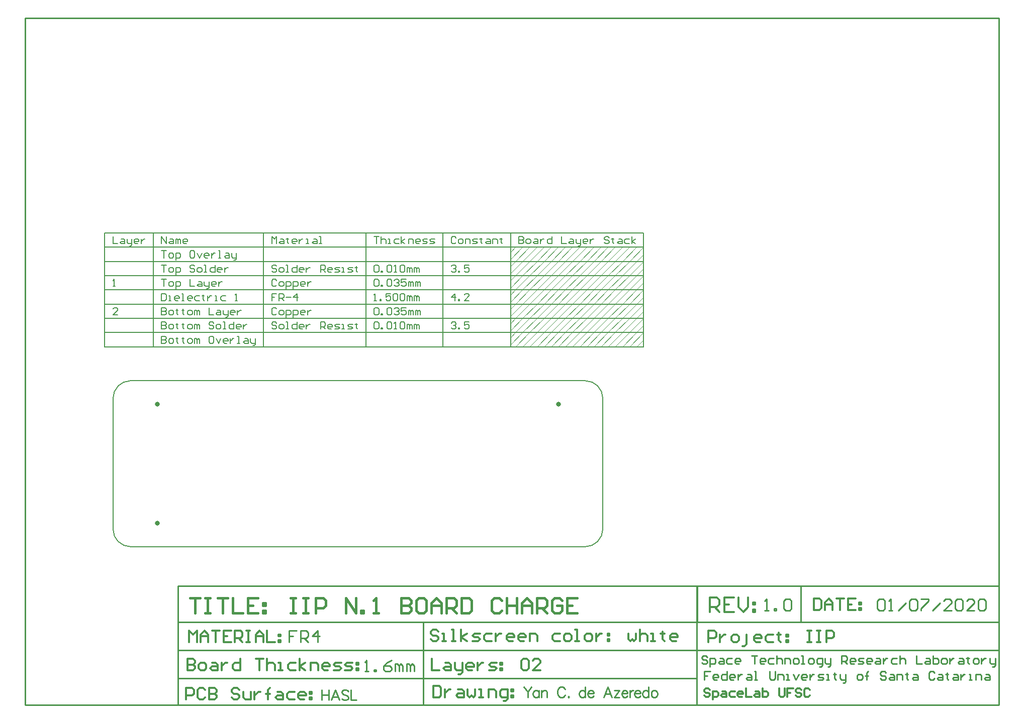
<source format=gtp>
G04*
G04 #@! TF.GenerationSoftware,Altium Limited,Altium Designer,20.2.6 (244)*
G04*
G04 Layer_Color=8421504*
%FSLAX25Y25*%
%MOIN*%
G70*
G04*
G04 #@! TF.SameCoordinates,3E3B523F-315C-4B3F-A4B6-921EA6806A06*
G04*
G04*
G04 #@! TF.FilePolarity,Positive*
G04*
G01*
G75*
%ADD10C,0.00787*%
%ADD11C,0.01000*%
%ADD14C,0.00100*%
%ADD15C,0.01299*%
%ADD16C,0.01378*%
%ADD17C,0.01575*%
%ADD18C,0.03200*%
D10*
X324803Y98418D02*
G03*
X312985Y110236I-11818J0D01*
G01*
X313050Y0D02*
G03*
X324803Y11754I0J11754D01*
G01*
X0Y11663D02*
G03*
X11663Y0I11663J0D01*
G01*
X11793Y110236D02*
G03*
X0Y98443I0J-11793D01*
G01*
X12696Y110236D02*
X312985D01*
X324803Y11754D02*
Y98418D01*
X11663Y0D02*
X313050D01*
X0Y11663D02*
Y25591D01*
Y92520D01*
X11793Y110236D02*
X12696D01*
X0Y92520D02*
Y98443D01*
X-5607Y198819D02*
X351780D01*
X-5607Y208268D02*
X351780D01*
X-5607Y132677D02*
Y208268D01*
Y132677D02*
X26670D01*
X-5607Y142126D02*
X26670D01*
X-5607Y151575D02*
X26670D01*
X-5607Y161024D02*
X26670D01*
X-5607Y170473D02*
X26670D01*
X-5607Y179921D02*
X26670D01*
X-5607Y189370D02*
X26670D01*
Y132677D02*
Y208268D01*
Y132677D02*
X99878D01*
X26670Y142126D02*
X99878D01*
X26670Y151575D02*
X99878D01*
X26670Y161024D02*
X99878D01*
X26670Y170473D02*
X99878D01*
X26670Y179921D02*
X99878D01*
X26670Y189370D02*
X99878D01*
Y132677D02*
Y208268D01*
Y132677D02*
X167577D01*
X99878Y142126D02*
X167577D01*
X99878Y151575D02*
X167577D01*
X99878Y161024D02*
X167577D01*
X99878Y170473D02*
X167577D01*
X99878Y179921D02*
X167577D01*
X99878Y189370D02*
X167577D01*
Y132677D02*
Y208268D01*
Y132677D02*
X218745D01*
X167577Y142126D02*
X218745D01*
X167577Y151575D02*
X218745D01*
X167577Y161024D02*
X218745D01*
X167577Y170473D02*
X218745D01*
X167577Y179921D02*
X218745D01*
X167577Y189370D02*
X218745D01*
Y132677D02*
Y208268D01*
Y132677D02*
X263615D01*
X218745Y142126D02*
X263615D01*
X218745Y151575D02*
X263615D01*
X218745Y161024D02*
X263615D01*
X218745Y170473D02*
X263615D01*
X218745Y179921D02*
X263615D01*
X218745Y189370D02*
X263615D01*
Y132677D02*
Y208268D01*
Y132677D02*
X351780D01*
X263615Y142126D02*
X351780D01*
X263615Y151575D02*
X351780D01*
X263615Y161024D02*
X351780D01*
X263615Y170473D02*
X351780D01*
X263615Y179921D02*
X351780D01*
X263615Y189370D02*
X351780D01*
Y132677D02*
Y208268D01*
X-95Y205904D02*
Y201181D01*
X3054D01*
X5415Y204330D02*
X6990D01*
X7777Y203542D01*
Y201181D01*
X5415D01*
X4628Y201968D01*
X5415Y202755D01*
X7777D01*
X9351Y204330D02*
Y201968D01*
X10138Y201181D01*
X12500D01*
Y200394D01*
X11712Y199607D01*
X10925D01*
X12500Y201181D02*
Y204330D01*
X16435Y201181D02*
X14861D01*
X14074Y201968D01*
Y203542D01*
X14861Y204330D01*
X16435D01*
X17222Y203542D01*
Y202755D01*
X14074D01*
X18797Y204330D02*
Y201181D01*
Y202755D01*
X19584Y203542D01*
X20371Y204330D01*
X21158D01*
X3054Y153937D02*
X-95D01*
X3054Y157086D01*
Y157873D01*
X2267Y158660D01*
X692D01*
X-95Y157873D01*
Y172835D02*
X1480D01*
X692D01*
Y177558D01*
X-95Y176770D01*
X32182Y201181D02*
Y205904D01*
X35331Y201181D01*
Y205904D01*
X37692Y204330D02*
X39266D01*
X40053Y203542D01*
Y201181D01*
X37692D01*
X36905Y201968D01*
X37692Y202755D01*
X40053D01*
X41628Y201181D02*
Y204330D01*
X42415D01*
X43202Y203542D01*
Y201181D01*
Y203542D01*
X43989Y204330D01*
X44776Y203542D01*
Y201181D01*
X48712D02*
X47138D01*
X46350Y201968D01*
Y203542D01*
X47138Y204330D01*
X48712D01*
X49499Y203542D01*
Y202755D01*
X46350D01*
X32182Y139762D02*
Y135039D01*
X34543D01*
X35331Y135827D01*
Y136614D01*
X34543Y137401D01*
X32182D01*
X34543D01*
X35331Y138188D01*
Y138975D01*
X34543Y139762D01*
X32182D01*
X37692Y135039D02*
X39266D01*
X40053Y135827D01*
Y137401D01*
X39266Y138188D01*
X37692D01*
X36905Y137401D01*
Y135827D01*
X37692Y135039D01*
X42415Y138975D02*
Y138188D01*
X41628D01*
X43202D01*
X42415D01*
Y135827D01*
X43202Y135039D01*
X46350Y138975D02*
Y138188D01*
X45563D01*
X47138D01*
X46350D01*
Y135827D01*
X47138Y135039D01*
X50286D02*
X51861D01*
X52648Y135827D01*
Y137401D01*
X51861Y138188D01*
X50286D01*
X49499Y137401D01*
Y135827D01*
X50286Y135039D01*
X54222D02*
Y138188D01*
X55009D01*
X55796Y137401D01*
Y135039D01*
Y137401D01*
X56583Y138188D01*
X57371Y137401D01*
Y135039D01*
X66029Y139762D02*
X64455D01*
X63668Y138975D01*
Y135827D01*
X64455Y135039D01*
X66029D01*
X66816Y135827D01*
Y138975D01*
X66029Y139762D01*
X68391Y138188D02*
X69965Y135039D01*
X71539Y138188D01*
X75475Y135039D02*
X73901D01*
X73114Y135827D01*
Y137401D01*
X73901Y138188D01*
X75475D01*
X76262Y137401D01*
Y136614D01*
X73114D01*
X77836Y138188D02*
Y135039D01*
Y136614D01*
X78623Y137401D01*
X79411Y138188D01*
X80198D01*
X82559Y135039D02*
X84134D01*
X83346D01*
Y139762D01*
X82559D01*
X87282Y138188D02*
X88856D01*
X89644Y137401D01*
Y135039D01*
X87282D01*
X86495Y135827D01*
X87282Y136614D01*
X89644D01*
X91218Y138188D02*
Y135827D01*
X92005Y135039D01*
X94367D01*
Y134252D01*
X93579Y133465D01*
X92792D01*
X94367Y135039D02*
Y138188D01*
X32182Y149211D02*
Y144488D01*
X34543D01*
X35331Y145275D01*
Y146063D01*
X34543Y146850D01*
X32182D01*
X34543D01*
X35331Y147637D01*
Y148424D01*
X34543Y149211D01*
X32182D01*
X37692Y144488D02*
X39266D01*
X40053Y145275D01*
Y146850D01*
X39266Y147637D01*
X37692D01*
X36905Y146850D01*
Y145275D01*
X37692Y144488D01*
X42415Y148424D02*
Y147637D01*
X41628D01*
X43202D01*
X42415D01*
Y145275D01*
X43202Y144488D01*
X46350Y148424D02*
Y147637D01*
X45563D01*
X47138D01*
X46350D01*
Y145275D01*
X47138Y144488D01*
X50286D02*
X51861D01*
X52648Y145275D01*
Y146850D01*
X51861Y147637D01*
X50286D01*
X49499Y146850D01*
Y145275D01*
X50286Y144488D01*
X54222D02*
Y147637D01*
X55009D01*
X55796Y146850D01*
Y144488D01*
Y146850D01*
X56583Y147637D01*
X57371Y146850D01*
Y144488D01*
X66816Y148424D02*
X66029Y149211D01*
X64455D01*
X63668Y148424D01*
Y147637D01*
X64455Y146850D01*
X66029D01*
X66816Y146063D01*
Y145275D01*
X66029Y144488D01*
X64455D01*
X63668Y145275D01*
X69178Y144488D02*
X70752D01*
X71539Y145275D01*
Y146850D01*
X70752Y147637D01*
X69178D01*
X68391Y146850D01*
Y145275D01*
X69178Y144488D01*
X73114D02*
X74688D01*
X73901D01*
Y149211D01*
X73114D01*
X80198D02*
Y144488D01*
X77836D01*
X77049Y145275D01*
Y146850D01*
X77836Y147637D01*
X80198D01*
X84134Y144488D02*
X82559D01*
X81772Y145275D01*
Y146850D01*
X82559Y147637D01*
X84134D01*
X84921Y146850D01*
Y146063D01*
X81772D01*
X86495Y147637D02*
Y144488D01*
Y146063D01*
X87282Y146850D01*
X88069Y147637D01*
X88856D01*
X32182Y158660D02*
Y153937D01*
X34543D01*
X35331Y154724D01*
Y155511D01*
X34543Y156298D01*
X32182D01*
X34543D01*
X35331Y157086D01*
Y157873D01*
X34543Y158660D01*
X32182D01*
X37692Y153937D02*
X39266D01*
X40053Y154724D01*
Y156298D01*
X39266Y157086D01*
X37692D01*
X36905Y156298D01*
Y154724D01*
X37692Y153937D01*
X42415Y157873D02*
Y157086D01*
X41628D01*
X43202D01*
X42415D01*
Y154724D01*
X43202Y153937D01*
X46350Y157873D02*
Y157086D01*
X45563D01*
X47138D01*
X46350D01*
Y154724D01*
X47138Y153937D01*
X50286D02*
X51861D01*
X52648Y154724D01*
Y156298D01*
X51861Y157086D01*
X50286D01*
X49499Y156298D01*
Y154724D01*
X50286Y153937D01*
X54222D02*
Y157086D01*
X55009D01*
X55796Y156298D01*
Y153937D01*
Y156298D01*
X56583Y157086D01*
X57371Y156298D01*
Y153937D01*
X63668Y158660D02*
Y153937D01*
X66816D01*
X69178Y157086D02*
X70752D01*
X71539Y156298D01*
Y153937D01*
X69178D01*
X68391Y154724D01*
X69178Y155511D01*
X71539D01*
X73114Y157086D02*
Y154724D01*
X73901Y153937D01*
X76262D01*
Y153150D01*
X75475Y152363D01*
X74688D01*
X76262Y153937D02*
Y157086D01*
X80198Y153937D02*
X78623D01*
X77836Y154724D01*
Y156298D01*
X78623Y157086D01*
X80198D01*
X80985Y156298D01*
Y155511D01*
X77836D01*
X82559Y157086D02*
Y153937D01*
Y155511D01*
X83346Y156298D01*
X84134Y157086D01*
X84921D01*
X32182Y168109D02*
Y163386D01*
X34543D01*
X35331Y164173D01*
Y167322D01*
X34543Y168109D01*
X32182D01*
X36905Y163386D02*
X38479D01*
X37692D01*
Y166534D01*
X36905D01*
X43202Y163386D02*
X41628D01*
X40841Y164173D01*
Y165747D01*
X41628Y166534D01*
X43202D01*
X43989Y165747D01*
Y164960D01*
X40841D01*
X45563Y163386D02*
X47138D01*
X46350D01*
Y168109D01*
X45563D01*
X51861Y163386D02*
X50286D01*
X49499Y164173D01*
Y165747D01*
X50286Y166534D01*
X51861D01*
X52648Y165747D01*
Y164960D01*
X49499D01*
X57371Y166534D02*
X55009D01*
X54222Y165747D01*
Y164173D01*
X55009Y163386D01*
X57371D01*
X59732Y167322D02*
Y166534D01*
X58945D01*
X60519D01*
X59732D01*
Y164173D01*
X60519Y163386D01*
X62881Y166534D02*
Y163386D01*
Y164960D01*
X63668Y165747D01*
X64455Y166534D01*
X65242D01*
X67603Y163386D02*
X69178D01*
X68391D01*
Y166534D01*
X67603D01*
X74688D02*
X72326D01*
X71539Y165747D01*
Y164173D01*
X72326Y163386D01*
X74688D01*
X80985D02*
X82559D01*
X81772D01*
Y168109D01*
X80985Y167322D01*
X32182Y177558D02*
X35331D01*
X33756D01*
Y172835D01*
X37692D02*
X39266D01*
X40053Y173622D01*
Y175196D01*
X39266Y175983D01*
X37692D01*
X36905Y175196D01*
Y173622D01*
X37692Y172835D01*
X41628Y171260D02*
Y175983D01*
X43989D01*
X44776Y175196D01*
Y173622D01*
X43989Y172835D01*
X41628D01*
X51073Y177558D02*
Y172835D01*
X54222D01*
X56583Y175983D02*
X58158D01*
X58945Y175196D01*
Y172835D01*
X56583D01*
X55796Y173622D01*
X56583Y174409D01*
X58945D01*
X60519Y175983D02*
Y173622D01*
X61306Y172835D01*
X63668D01*
Y172047D01*
X62881Y171260D01*
X62093D01*
X63668Y172835D02*
Y175983D01*
X67603Y172835D02*
X66029D01*
X65242Y173622D01*
Y175196D01*
X66029Y175983D01*
X67603D01*
X68391Y175196D01*
Y174409D01*
X65242D01*
X69965Y175983D02*
Y172835D01*
Y174409D01*
X70752Y175196D01*
X71539Y175983D01*
X72326D01*
X32182Y187006D02*
X35331D01*
X33756D01*
Y182283D01*
X37692D02*
X39266D01*
X40053Y183071D01*
Y184645D01*
X39266Y185432D01*
X37692D01*
X36905Y184645D01*
Y183071D01*
X37692Y182283D01*
X41628Y180709D02*
Y185432D01*
X43989D01*
X44776Y184645D01*
Y183071D01*
X43989Y182283D01*
X41628D01*
X54222Y186219D02*
X53435Y187006D01*
X51860D01*
X51073Y186219D01*
Y185432D01*
X51860Y184645D01*
X53435D01*
X54222Y183858D01*
Y183071D01*
X53435Y182283D01*
X51860D01*
X51073Y183071D01*
X56583Y182283D02*
X58158D01*
X58945Y183071D01*
Y184645D01*
X58158Y185432D01*
X56583D01*
X55796Y184645D01*
Y183071D01*
X56583Y182283D01*
X60519D02*
X62093D01*
X61306D01*
Y187006D01*
X60519D01*
X67603D02*
Y182283D01*
X65242D01*
X64455Y183071D01*
Y184645D01*
X65242Y185432D01*
X67603D01*
X71539Y182283D02*
X69965D01*
X69178Y183071D01*
Y184645D01*
X69965Y185432D01*
X71539D01*
X72326Y184645D01*
Y183858D01*
X69178D01*
X73901Y185432D02*
Y182283D01*
Y183858D01*
X74688Y184645D01*
X75475Y185432D01*
X76262D01*
X32182Y196455D02*
X35331D01*
X33756D01*
Y191732D01*
X37692D02*
X39266D01*
X40053Y192519D01*
Y194094D01*
X39266Y194881D01*
X37692D01*
X36905Y194094D01*
Y192519D01*
X37692Y191732D01*
X41628Y190158D02*
Y194881D01*
X43989D01*
X44776Y194094D01*
Y192519D01*
X43989Y191732D01*
X41628D01*
X53435Y196455D02*
X51860D01*
X51073Y195668D01*
Y192519D01*
X51860Y191732D01*
X53435D01*
X54222Y192519D01*
Y195668D01*
X53435Y196455D01*
X55796Y194881D02*
X57371Y191732D01*
X58945Y194881D01*
X62881Y191732D02*
X61306D01*
X60519Y192519D01*
Y194094D01*
X61306Y194881D01*
X62881D01*
X63668Y194094D01*
Y193307D01*
X60519D01*
X65242Y194881D02*
Y191732D01*
Y193307D01*
X66029Y194094D01*
X66816Y194881D01*
X67603D01*
X69965Y191732D02*
X71539D01*
X70752D01*
Y196455D01*
X69965D01*
X74688Y194881D02*
X76262D01*
X77049Y194094D01*
Y191732D01*
X74688D01*
X73901Y192519D01*
X74688Y193307D01*
X77049D01*
X78623Y194881D02*
Y192519D01*
X79411Y191732D01*
X81772D01*
Y190945D01*
X80985Y190158D01*
X80198D01*
X81772Y191732D02*
Y194881D01*
X105390Y201181D02*
Y205904D01*
X106964Y204330D01*
X108539Y205904D01*
Y201181D01*
X110900Y204330D02*
X112474D01*
X113262Y203542D01*
Y201181D01*
X110900D01*
X110113Y201968D01*
X110900Y202755D01*
X113262D01*
X115623Y205117D02*
Y204330D01*
X114836D01*
X116410D01*
X115623D01*
Y201968D01*
X116410Y201181D01*
X121133D02*
X119559D01*
X118772Y201968D01*
Y203542D01*
X119559Y204330D01*
X121133D01*
X121920Y203542D01*
Y202755D01*
X118772D01*
X123495Y204330D02*
Y201181D01*
Y202755D01*
X124282Y203542D01*
X125069Y204330D01*
X125856D01*
X128217Y201181D02*
X129792D01*
X129005D01*
Y204330D01*
X128217D01*
X132940D02*
X134514D01*
X135302Y203542D01*
Y201181D01*
X132940D01*
X132153Y201968D01*
X132940Y202755D01*
X135302D01*
X136876Y201181D02*
X138450D01*
X137663D01*
Y205904D01*
X136876D01*
X108539Y148424D02*
X107752Y149211D01*
X106177D01*
X105390Y148424D01*
Y147637D01*
X106177Y146850D01*
X107752D01*
X108539Y146063D01*
Y145275D01*
X107752Y144488D01*
X106177D01*
X105390Y145275D01*
X110900Y144488D02*
X112474D01*
X113262Y145275D01*
Y146850D01*
X112474Y147637D01*
X110900D01*
X110113Y146850D01*
Y145275D01*
X110900Y144488D01*
X114836D02*
X116410D01*
X115623D01*
Y149211D01*
X114836D01*
X121920D02*
Y144488D01*
X119559D01*
X118772Y145275D01*
Y146850D01*
X119559Y147637D01*
X121920D01*
X125856Y144488D02*
X124282D01*
X123495Y145275D01*
Y146850D01*
X124282Y147637D01*
X125856D01*
X126643Y146850D01*
Y146063D01*
X123495D01*
X128217Y147637D02*
Y144488D01*
Y146063D01*
X129005Y146850D01*
X129792Y147637D01*
X130579D01*
X137663Y144488D02*
Y149211D01*
X140025D01*
X140812Y148424D01*
Y146850D01*
X140025Y146063D01*
X137663D01*
X139237D02*
X140812Y144488D01*
X144747D02*
X143173D01*
X142386Y145275D01*
Y146850D01*
X143173Y147637D01*
X144747D01*
X145535Y146850D01*
Y146063D01*
X142386D01*
X147109Y144488D02*
X149470D01*
X150258Y145275D01*
X149470Y146063D01*
X147896D01*
X147109Y146850D01*
X147896Y147637D01*
X150258D01*
X151832Y144488D02*
X153406D01*
X152619D01*
Y147637D01*
X151832D01*
X155768Y144488D02*
X158129D01*
X158916Y145275D01*
X158129Y146063D01*
X156555D01*
X155768Y146850D01*
X156555Y147637D01*
X158916D01*
X161277Y148424D02*
Y147637D01*
X160490D01*
X162065D01*
X161277D01*
Y145275D01*
X162065Y144488D01*
X108539Y157873D02*
X107752Y158660D01*
X106177D01*
X105390Y157873D01*
Y154724D01*
X106177Y153937D01*
X107752D01*
X108539Y154724D01*
X110900Y153937D02*
X112474D01*
X113262Y154724D01*
Y156298D01*
X112474Y157086D01*
X110900D01*
X110113Y156298D01*
Y154724D01*
X110900Y153937D01*
X114836Y152363D02*
Y157086D01*
X117197D01*
X117984Y156298D01*
Y154724D01*
X117197Y153937D01*
X114836D01*
X119559Y152363D02*
Y157086D01*
X121920D01*
X122707Y156298D01*
Y154724D01*
X121920Y153937D01*
X119559D01*
X126643D02*
X125069D01*
X124282Y154724D01*
Y156298D01*
X125069Y157086D01*
X126643D01*
X127430Y156298D01*
Y155511D01*
X124282D01*
X129005Y157086D02*
Y153937D01*
Y155511D01*
X129792Y156298D01*
X130579Y157086D01*
X131366D01*
X108539Y168109D02*
X105390D01*
Y165747D01*
X106964D01*
X105390D01*
Y163386D01*
X110113D02*
Y168109D01*
X112474D01*
X113262Y167322D01*
Y165747D01*
X112474Y164960D01*
X110113D01*
X111687D02*
X113262Y163386D01*
X114836Y165747D02*
X117984D01*
X121920Y163386D02*
Y168109D01*
X119559Y165747D01*
X122707D01*
X108539Y176770D02*
X107752Y177558D01*
X106177D01*
X105390Y176770D01*
Y173622D01*
X106177Y172835D01*
X107752D01*
X108539Y173622D01*
X110900Y172835D02*
X112474D01*
X113262Y173622D01*
Y175196D01*
X112474Y175983D01*
X110900D01*
X110113Y175196D01*
Y173622D01*
X110900Y172835D01*
X114836Y171260D02*
Y175983D01*
X117197D01*
X117984Y175196D01*
Y173622D01*
X117197Y172835D01*
X114836D01*
X119559Y171260D02*
Y175983D01*
X121920D01*
X122707Y175196D01*
Y173622D01*
X121920Y172835D01*
X119559D01*
X126643D02*
X125069D01*
X124282Y173622D01*
Y175196D01*
X125069Y175983D01*
X126643D01*
X127430Y175196D01*
Y174409D01*
X124282D01*
X129005Y175983D02*
Y172835D01*
Y174409D01*
X129792Y175196D01*
X130579Y175983D01*
X131366D01*
X108539Y186219D02*
X107752Y187006D01*
X106177D01*
X105390Y186219D01*
Y185432D01*
X106177Y184645D01*
X107752D01*
X108539Y183858D01*
Y183071D01*
X107752Y182283D01*
X106177D01*
X105390Y183071D01*
X110900Y182283D02*
X112474D01*
X113262Y183071D01*
Y184645D01*
X112474Y185432D01*
X110900D01*
X110113Y184645D01*
Y183071D01*
X110900Y182283D01*
X114836D02*
X116410D01*
X115623D01*
Y187006D01*
X114836D01*
X121920D02*
Y182283D01*
X119559D01*
X118772Y183071D01*
Y184645D01*
X119559Y185432D01*
X121920D01*
X125856Y182283D02*
X124282D01*
X123495Y183071D01*
Y184645D01*
X124282Y185432D01*
X125856D01*
X126643Y184645D01*
Y183858D01*
X123495D01*
X128217Y185432D02*
Y182283D01*
Y183858D01*
X129005Y184645D01*
X129792Y185432D01*
X130579D01*
X137663Y182283D02*
Y187006D01*
X140025D01*
X140812Y186219D01*
Y184645D01*
X140025Y183858D01*
X137663D01*
X139237D02*
X140812Y182283D01*
X144747D02*
X143173D01*
X142386Y183071D01*
Y184645D01*
X143173Y185432D01*
X144747D01*
X145535Y184645D01*
Y183858D01*
X142386D01*
X147109Y182283D02*
X149470D01*
X150258Y183071D01*
X149470Y183858D01*
X147896D01*
X147109Y184645D01*
X147896Y185432D01*
X150258D01*
X151832Y182283D02*
X153406D01*
X152619D01*
Y185432D01*
X151832D01*
X155768Y182283D02*
X158129D01*
X158916Y183071D01*
X158129Y183858D01*
X156555D01*
X155768Y184645D01*
X156555Y185432D01*
X158916D01*
X161277Y186219D02*
Y185432D01*
X160490D01*
X162065D01*
X161277D01*
Y183071D01*
X162065Y182283D01*
X173088Y205904D02*
X176237D01*
X174663D01*
Y201181D01*
X177811Y205904D02*
Y201181D01*
Y203542D01*
X178598Y204330D01*
X180173D01*
X180960Y203542D01*
Y201181D01*
X182534D02*
X184108D01*
X183321D01*
Y204330D01*
X182534D01*
X189618D02*
X187257D01*
X186470Y203542D01*
Y201968D01*
X187257Y201181D01*
X189618D01*
X191193D02*
Y205904D01*
Y202755D02*
X193554Y204330D01*
X191193Y202755D02*
X193554Y201181D01*
X195916D02*
Y204330D01*
X198277D01*
X199064Y203542D01*
Y201181D01*
X203000D02*
X201426D01*
X200638Y201968D01*
Y203542D01*
X201426Y204330D01*
X203000D01*
X203787Y203542D01*
Y202755D01*
X200638D01*
X205361Y201181D02*
X207723D01*
X208510Y201968D01*
X207723Y202755D01*
X206149D01*
X205361Y203542D01*
X206149Y204330D01*
X208510D01*
X210084Y201181D02*
X212446D01*
X213233Y201968D01*
X212446Y202755D01*
X210871D01*
X210084Y203542D01*
X210871Y204330D01*
X213233D01*
X173088Y148424D02*
X173875Y149211D01*
X175450D01*
X176237Y148424D01*
Y145275D01*
X175450Y144488D01*
X173875D01*
X173088Y145275D01*
Y148424D01*
X177811Y144488D02*
Y145275D01*
X178598D01*
Y144488D01*
X177811D01*
X181747Y148424D02*
X182534Y149211D01*
X184108D01*
X184896Y148424D01*
Y145275D01*
X184108Y144488D01*
X182534D01*
X181747Y145275D01*
Y148424D01*
X186470Y144488D02*
X188044D01*
X187257D01*
Y149211D01*
X186470Y148424D01*
X190405D02*
X191193Y149211D01*
X192767D01*
X193554Y148424D01*
Y145275D01*
X192767Y144488D01*
X191193D01*
X190405Y145275D01*
Y148424D01*
X195128Y144488D02*
Y147637D01*
X195916D01*
X196703Y146850D01*
Y144488D01*
Y146850D01*
X197490Y147637D01*
X198277Y146850D01*
Y144488D01*
X199851D02*
Y147637D01*
X200638D01*
X201426Y146850D01*
Y144488D01*
Y146850D01*
X202213Y147637D01*
X203000Y146850D01*
Y144488D01*
X173088Y157873D02*
X173875Y158660D01*
X175450D01*
X176237Y157873D01*
Y154724D01*
X175450Y153937D01*
X173875D01*
X173088Y154724D01*
Y157873D01*
X177811Y153937D02*
Y154724D01*
X178598D01*
Y153937D01*
X177811D01*
X181747Y157873D02*
X182534Y158660D01*
X184108D01*
X184896Y157873D01*
Y154724D01*
X184108Y153937D01*
X182534D01*
X181747Y154724D01*
Y157873D01*
X186470D02*
X187257Y158660D01*
X188831D01*
X189618Y157873D01*
Y157086D01*
X188831Y156298D01*
X188044D01*
X188831D01*
X189618Y155511D01*
Y154724D01*
X188831Y153937D01*
X187257D01*
X186470Y154724D01*
X194341Y158660D02*
X191193D01*
Y156298D01*
X192767Y157086D01*
X193554D01*
X194341Y156298D01*
Y154724D01*
X193554Y153937D01*
X191980D01*
X191193Y154724D01*
X195916Y153937D02*
Y157086D01*
X196703D01*
X197490Y156298D01*
Y153937D01*
Y156298D01*
X198277Y157086D01*
X199064Y156298D01*
Y153937D01*
X200638D02*
Y157086D01*
X201426D01*
X202213Y156298D01*
Y153937D01*
Y156298D01*
X203000Y157086D01*
X203787Y156298D01*
Y153937D01*
X173088Y163386D02*
X174663D01*
X173875D01*
Y168109D01*
X173088Y167322D01*
X177024Y163386D02*
Y164173D01*
X177811D01*
Y163386D01*
X177024D01*
X184108Y168109D02*
X180960D01*
Y165747D01*
X182534Y166534D01*
X183321D01*
X184108Y165747D01*
Y164173D01*
X183321Y163386D01*
X181747D01*
X180960Y164173D01*
X185683Y167322D02*
X186470Y168109D01*
X188044D01*
X188831Y167322D01*
Y164173D01*
X188044Y163386D01*
X186470D01*
X185683Y164173D01*
Y167322D01*
X190405D02*
X191193Y168109D01*
X192767D01*
X193554Y167322D01*
Y164173D01*
X192767Y163386D01*
X191193D01*
X190405Y164173D01*
Y167322D01*
X195128Y163386D02*
Y166534D01*
X195916D01*
X196703Y165747D01*
Y163386D01*
Y165747D01*
X197490Y166534D01*
X198277Y165747D01*
Y163386D01*
X199851D02*
Y166534D01*
X200638D01*
X201426Y165747D01*
Y163386D01*
Y165747D01*
X202213Y166534D01*
X203000Y165747D01*
Y163386D01*
X173088Y176770D02*
X173875Y177558D01*
X175450D01*
X176237Y176770D01*
Y173622D01*
X175450Y172835D01*
X173875D01*
X173088Y173622D01*
Y176770D01*
X177811Y172835D02*
Y173622D01*
X178598D01*
Y172835D01*
X177811D01*
X181747Y176770D02*
X182534Y177558D01*
X184108D01*
X184896Y176770D01*
Y173622D01*
X184108Y172835D01*
X182534D01*
X181747Y173622D01*
Y176770D01*
X186470D02*
X187257Y177558D01*
X188831D01*
X189618Y176770D01*
Y175983D01*
X188831Y175196D01*
X188044D01*
X188831D01*
X189618Y174409D01*
Y173622D01*
X188831Y172835D01*
X187257D01*
X186470Y173622D01*
X194341Y177558D02*
X191193D01*
Y175196D01*
X192767Y175983D01*
X193554D01*
X194341Y175196D01*
Y173622D01*
X193554Y172835D01*
X191980D01*
X191193Y173622D01*
X195916Y172835D02*
Y175983D01*
X196703D01*
X197490Y175196D01*
Y172835D01*
Y175196D01*
X198277Y175983D01*
X199064Y175196D01*
Y172835D01*
X200638D02*
Y175983D01*
X201426D01*
X202213Y175196D01*
Y172835D01*
Y175196D01*
X203000Y175983D01*
X203787Y175196D01*
Y172835D01*
X173088Y186219D02*
X173875Y187006D01*
X175450D01*
X176237Y186219D01*
Y183071D01*
X175450Y182283D01*
X173875D01*
X173088Y183071D01*
Y186219D01*
X177811Y182283D02*
Y183071D01*
X178598D01*
Y182283D01*
X177811D01*
X181747Y186219D02*
X182534Y187006D01*
X184108D01*
X184896Y186219D01*
Y183071D01*
X184108Y182283D01*
X182534D01*
X181747Y183071D01*
Y186219D01*
X186470Y182283D02*
X188044D01*
X187257D01*
Y187006D01*
X186470Y186219D01*
X190405D02*
X191193Y187006D01*
X192767D01*
X193554Y186219D01*
Y183071D01*
X192767Y182283D01*
X191193D01*
X190405Y183071D01*
Y186219D01*
X195128Y182283D02*
Y185432D01*
X195916D01*
X196703Y184645D01*
Y182283D01*
Y184645D01*
X197490Y185432D01*
X198277Y184645D01*
Y182283D01*
X199851D02*
Y185432D01*
X200638D01*
X201426Y184645D01*
Y182283D01*
Y184645D01*
X202213Y185432D01*
X203000Y184645D01*
Y182283D01*
X227405Y205117D02*
X226618Y205904D01*
X225044D01*
X224256Y205117D01*
Y201968D01*
X225044Y201181D01*
X226618D01*
X227405Y201968D01*
X229766Y201181D02*
X231341D01*
X232128Y201968D01*
Y203542D01*
X231341Y204330D01*
X229766D01*
X228979Y203542D01*
Y201968D01*
X229766Y201181D01*
X233702D02*
Y204330D01*
X236064D01*
X236851Y203542D01*
Y201181D01*
X238425D02*
X240787D01*
X241574Y201968D01*
X240787Y202755D01*
X239212D01*
X238425Y203542D01*
X239212Y204330D01*
X241574D01*
X243935Y205117D02*
Y204330D01*
X243148D01*
X244722D01*
X243935D01*
Y201968D01*
X244722Y201181D01*
X247871Y204330D02*
X249445D01*
X250232Y203542D01*
Y201181D01*
X247871D01*
X247084Y201968D01*
X247871Y202755D01*
X250232D01*
X251806Y201181D02*
Y204330D01*
X254168D01*
X254955Y203542D01*
Y201181D01*
X257317Y205117D02*
Y204330D01*
X256529D01*
X258104D01*
X257317D01*
Y201968D01*
X258104Y201181D01*
X224256Y148424D02*
X225044Y149211D01*
X226618D01*
X227405Y148424D01*
Y147637D01*
X226618Y146850D01*
X225831D01*
X226618D01*
X227405Y146063D01*
Y145275D01*
X226618Y144488D01*
X225044D01*
X224256Y145275D01*
X228979Y144488D02*
Y145275D01*
X229766D01*
Y144488D01*
X228979D01*
X236064Y149211D02*
X232915D01*
Y146850D01*
X234489Y147637D01*
X235277D01*
X236064Y146850D01*
Y145275D01*
X235277Y144488D01*
X233702D01*
X232915Y145275D01*
X226618Y163386D02*
Y168109D01*
X224256Y165747D01*
X227405D01*
X228979Y163386D02*
Y164173D01*
X229766D01*
Y163386D01*
X228979D01*
X236064D02*
X232915D01*
X236064Y166534D01*
Y167322D01*
X235277Y168109D01*
X233702D01*
X232915Y167322D01*
X224256Y186219D02*
X225044Y187006D01*
X226618D01*
X227405Y186219D01*
Y185432D01*
X226618Y184645D01*
X225831D01*
X226618D01*
X227405Y183858D01*
Y183071D01*
X226618Y182283D01*
X225044D01*
X224256Y183071D01*
X228979Y182283D02*
Y183071D01*
X229766D01*
Y182283D01*
X228979D01*
X236064Y187006D02*
X232915D01*
Y184645D01*
X234489Y185432D01*
X235277D01*
X236064Y184645D01*
Y183071D01*
X235277Y182283D01*
X233702D01*
X232915Y183071D01*
X269127Y205904D02*
Y201181D01*
X271489D01*
X272276Y201968D01*
Y202755D01*
X271489Y203542D01*
X269127D01*
X271489D01*
X272276Y204330D01*
Y205117D01*
X271489Y205904D01*
X269127D01*
X274637Y201181D02*
X276212D01*
X276999Y201968D01*
Y203542D01*
X276212Y204330D01*
X274637D01*
X273850Y203542D01*
Y201968D01*
X274637Y201181D01*
X279360Y204330D02*
X280935D01*
X281722Y203542D01*
Y201181D01*
X279360D01*
X278573Y201968D01*
X279360Y202755D01*
X281722D01*
X283296Y204330D02*
Y201181D01*
Y202755D01*
X284083Y203542D01*
X284870Y204330D01*
X285657D01*
X291167Y205904D02*
Y201181D01*
X288806D01*
X288019Y201968D01*
Y203542D01*
X288806Y204330D01*
X291167D01*
X297465Y205904D02*
Y201181D01*
X300613D01*
X302975Y204330D02*
X304549D01*
X305336Y203542D01*
Y201181D01*
X302975D01*
X302187Y201968D01*
X302975Y202755D01*
X305336D01*
X306910Y204330D02*
Y201968D01*
X307698Y201181D01*
X310059D01*
Y200394D01*
X309272Y199607D01*
X308485D01*
X310059Y201181D02*
Y204330D01*
X313995Y201181D02*
X312420D01*
X311633Y201968D01*
Y203542D01*
X312420Y204330D01*
X313995D01*
X314782Y203542D01*
Y202755D01*
X311633D01*
X316356Y204330D02*
Y201181D01*
Y202755D01*
X317143Y203542D01*
X317930Y204330D01*
X318718D01*
X328951Y205117D02*
X328163Y205904D01*
X326589D01*
X325802Y205117D01*
Y204330D01*
X326589Y203542D01*
X328163D01*
X328951Y202755D01*
Y201968D01*
X328163Y201181D01*
X326589D01*
X325802Y201968D01*
X331312Y205117D02*
Y204330D01*
X330525D01*
X332099D01*
X331312D01*
Y201968D01*
X332099Y201181D01*
X335248Y204330D02*
X336822D01*
X337609Y203542D01*
Y201181D01*
X335248D01*
X334460Y201968D01*
X335248Y202755D01*
X337609D01*
X342332Y204330D02*
X339970D01*
X339183Y203542D01*
Y201968D01*
X339970Y201181D01*
X342332D01*
X343906D02*
Y205904D01*
Y202755D02*
X346268Y204330D01*
X343906Y202755D02*
X346268Y201181D01*
D11*
X456091Y-49502D02*
Y-25886D01*
X387303Y-49559D02*
Y-25937D01*
X587402Y-104764D02*
Y350934D01*
X-58268Y-105118D02*
Y350934D01*
X587402D01*
X42913Y-25937D02*
X587095D01*
X43406Y-49895D02*
X586672Y-49895D01*
X43209Y-68645D02*
X587095Y-68645D01*
X387095Y-104724D02*
Y-26133D01*
X43209Y-87395D02*
X386811Y-87395D01*
X205845Y-104823D02*
Y-49895D01*
X42913Y-105118D02*
Y-25937D01*
X-58268Y-105118D02*
X587402D01*
X395898Y-82876D02*
X392224D01*
Y-85631D01*
X394061D01*
X392224D01*
Y-88386D01*
X400489D02*
X398653D01*
X397734Y-87467D01*
Y-85631D01*
X398653Y-84712D01*
X400489D01*
X401408Y-85631D01*
Y-86549D01*
X397734D01*
X406918Y-82876D02*
Y-88386D01*
X404163D01*
X403244Y-87467D01*
Y-85631D01*
X404163Y-84712D01*
X406918D01*
X411510Y-88386D02*
X409673D01*
X408754Y-87467D01*
Y-85631D01*
X409673Y-84712D01*
X411510D01*
X412428Y-85631D01*
Y-86549D01*
X408754D01*
X414264Y-84712D02*
Y-88386D01*
Y-86549D01*
X415183Y-85631D01*
X416101Y-84712D01*
X417020D01*
X420693D02*
X422530D01*
X423448Y-85631D01*
Y-88386D01*
X420693D01*
X419775Y-87467D01*
X420693Y-86549D01*
X423448D01*
X425285Y-88386D02*
X427121D01*
X426203D01*
Y-82876D01*
X425285D01*
X435386D02*
Y-87467D01*
X436305Y-88386D01*
X438141D01*
X439060Y-87467D01*
Y-82876D01*
X440896Y-88386D02*
Y-84712D01*
X443651D01*
X444570Y-85631D01*
Y-88386D01*
X446406D02*
X448243D01*
X447325D01*
Y-84712D01*
X446406D01*
X450998D02*
X452835Y-88386D01*
X454671Y-84712D01*
X459263Y-88386D02*
X457426D01*
X456508Y-87467D01*
Y-85631D01*
X457426Y-84712D01*
X459263D01*
X460181Y-85631D01*
Y-86549D01*
X456508D01*
X462018Y-84712D02*
Y-88386D01*
Y-86549D01*
X462936Y-85631D01*
X463855Y-84712D01*
X464773D01*
X467528Y-88386D02*
X470283D01*
X471202Y-87467D01*
X470283Y-86549D01*
X468446D01*
X467528Y-85631D01*
X468446Y-84712D01*
X471202D01*
X473038Y-88386D02*
X474875D01*
X473956D01*
Y-84712D01*
X473038D01*
X478548Y-83794D02*
Y-84712D01*
X477630D01*
X479467D01*
X478548D01*
Y-87467D01*
X479467Y-88386D01*
X482222Y-84712D02*
Y-87467D01*
X483140Y-88386D01*
X485895D01*
Y-89304D01*
X484977Y-90223D01*
X484058D01*
X485895Y-88386D02*
Y-84712D01*
X494160Y-88386D02*
X495997D01*
X496915Y-87467D01*
Y-85631D01*
X495997Y-84712D01*
X494160D01*
X493242Y-85631D01*
Y-87467D01*
X494160Y-88386D01*
X499670D02*
Y-83794D01*
Y-85631D01*
X498752D01*
X500588D01*
X499670D01*
Y-83794D01*
X500588Y-82876D01*
X512527Y-83794D02*
X511608Y-82876D01*
X509772D01*
X508853Y-83794D01*
Y-84712D01*
X509772Y-85631D01*
X511608D01*
X512527Y-86549D01*
Y-87467D01*
X511608Y-88386D01*
X509772D01*
X508853Y-87467D01*
X515282Y-84712D02*
X517118D01*
X518037Y-85631D01*
Y-88386D01*
X515282D01*
X514363Y-87467D01*
X515282Y-86549D01*
X518037D01*
X519873Y-88386D02*
Y-84712D01*
X522628D01*
X523547Y-85631D01*
Y-88386D01*
X526302Y-83794D02*
Y-84712D01*
X525384D01*
X527220D01*
X526302D01*
Y-87467D01*
X527220Y-88386D01*
X530894Y-84712D02*
X532730D01*
X533648Y-85631D01*
Y-88386D01*
X530894D01*
X529975Y-87467D01*
X530894Y-86549D01*
X533648D01*
X544669Y-83794D02*
X543750Y-82876D01*
X541914D01*
X540995Y-83794D01*
Y-87467D01*
X541914Y-88386D01*
X543750D01*
X544669Y-87467D01*
X547424Y-84712D02*
X549260D01*
X550179Y-85631D01*
Y-88386D01*
X547424D01*
X546505Y-87467D01*
X547424Y-86549D01*
X550179D01*
X552934Y-83794D02*
Y-84712D01*
X552015D01*
X553852D01*
X552934D01*
Y-87467D01*
X553852Y-88386D01*
X557525Y-84712D02*
X559362D01*
X560280Y-85631D01*
Y-88386D01*
X557525D01*
X556607Y-87467D01*
X557525Y-86549D01*
X560280D01*
X562117Y-84712D02*
Y-88386D01*
Y-86549D01*
X563035Y-85631D01*
X563954Y-84712D01*
X564872D01*
X567627Y-88386D02*
X569464D01*
X568545D01*
Y-84712D01*
X567627D01*
X572219Y-88386D02*
Y-84712D01*
X574974D01*
X575892Y-85631D01*
Y-88386D01*
X578647Y-84712D02*
X580484D01*
X581402Y-85631D01*
Y-88386D01*
X578647D01*
X577729Y-87467D01*
X578647Y-86549D01*
X581402D01*
X394028Y-73263D02*
X393109Y-72344D01*
X391273D01*
X390354Y-73263D01*
Y-74181D01*
X391273Y-75099D01*
X393109D01*
X394028Y-76018D01*
Y-76936D01*
X393109Y-77854D01*
X391273D01*
X390354Y-76936D01*
X395864Y-79691D02*
Y-74181D01*
X398619D01*
X399538Y-75099D01*
Y-76936D01*
X398619Y-77854D01*
X395864D01*
X402293Y-74181D02*
X404129D01*
X405048Y-75099D01*
Y-77854D01*
X402293D01*
X401374Y-76936D01*
X402293Y-76018D01*
X405048D01*
X410558Y-74181D02*
X407803D01*
X406884Y-75099D01*
Y-76936D01*
X407803Y-77854D01*
X410558D01*
X415149D02*
X413313D01*
X412394Y-76936D01*
Y-75099D01*
X413313Y-74181D01*
X415149D01*
X416068Y-75099D01*
Y-76018D01*
X412394D01*
X423415Y-72344D02*
X427088D01*
X425251D01*
Y-77854D01*
X431680D02*
X429843D01*
X428925Y-76936D01*
Y-75099D01*
X429843Y-74181D01*
X431680D01*
X432598Y-75099D01*
Y-76018D01*
X428925D01*
X438108Y-74181D02*
X435353D01*
X434435Y-75099D01*
Y-76936D01*
X435353Y-77854D01*
X438108D01*
X439945Y-72344D02*
Y-77854D01*
Y-75099D01*
X440863Y-74181D01*
X442700D01*
X443618Y-75099D01*
Y-77854D01*
X445455D02*
Y-74181D01*
X448210D01*
X449128Y-75099D01*
Y-77854D01*
X451883D02*
X453720D01*
X454638Y-76936D01*
Y-75099D01*
X453720Y-74181D01*
X451883D01*
X450965Y-75099D01*
Y-76936D01*
X451883Y-77854D01*
X456475D02*
X458311D01*
X457393D01*
Y-72344D01*
X456475D01*
X461985Y-77854D02*
X463821D01*
X464740Y-76936D01*
Y-75099D01*
X463821Y-74181D01*
X461985D01*
X461066Y-75099D01*
Y-76936D01*
X461985Y-77854D01*
X468413Y-79691D02*
X469331D01*
X470250Y-78773D01*
Y-74181D01*
X467495D01*
X466576Y-75099D01*
Y-76936D01*
X467495Y-77854D01*
X470250D01*
X472086Y-74181D02*
Y-76936D01*
X473005Y-77854D01*
X475760D01*
Y-78773D01*
X474841Y-79691D01*
X473923D01*
X475760Y-77854D02*
Y-74181D01*
X483107Y-77854D02*
Y-72344D01*
X485861D01*
X486780Y-73263D01*
Y-75099D01*
X485861Y-76018D01*
X483107D01*
X484943D02*
X486780Y-77854D01*
X491371D02*
X489535D01*
X488617Y-76936D01*
Y-75099D01*
X489535Y-74181D01*
X491371D01*
X492290Y-75099D01*
Y-76018D01*
X488617D01*
X494127Y-77854D02*
X496882D01*
X497800Y-76936D01*
X496882Y-76018D01*
X495045D01*
X494127Y-75099D01*
X495045Y-74181D01*
X497800D01*
X502392Y-77854D02*
X500555D01*
X499637Y-76936D01*
Y-75099D01*
X500555Y-74181D01*
X502392D01*
X503310Y-75099D01*
Y-76018D01*
X499637D01*
X506065Y-74181D02*
X507902D01*
X508820Y-75099D01*
Y-77854D01*
X506065D01*
X505147Y-76936D01*
X506065Y-76018D01*
X508820D01*
X510657Y-74181D02*
Y-77854D01*
Y-76018D01*
X511575Y-75099D01*
X512493Y-74181D01*
X513412D01*
X519840D02*
X517085D01*
X516167Y-75099D01*
Y-76936D01*
X517085Y-77854D01*
X519840D01*
X521677Y-72344D02*
Y-77854D01*
Y-75099D01*
X522595Y-74181D01*
X524432D01*
X525350Y-75099D01*
Y-77854D01*
X532697Y-72344D02*
Y-77854D01*
X536370D01*
X539125Y-74181D02*
X540962D01*
X541880Y-75099D01*
Y-77854D01*
X539125D01*
X538207Y-76936D01*
X539125Y-76018D01*
X541880D01*
X543717Y-72344D02*
Y-77854D01*
X546472D01*
X547390Y-76936D01*
Y-76018D01*
Y-75099D01*
X546472Y-74181D01*
X543717D01*
X550145Y-77854D02*
X551982D01*
X552900Y-76936D01*
Y-75099D01*
X551982Y-74181D01*
X550145D01*
X549227Y-75099D01*
Y-76936D01*
X550145Y-77854D01*
X554737Y-74181D02*
Y-77854D01*
Y-76018D01*
X555655Y-75099D01*
X556574Y-74181D01*
X557492D01*
X561165D02*
X563002D01*
X563920Y-75099D01*
Y-77854D01*
X561165D01*
X560247Y-76936D01*
X561165Y-76018D01*
X563920D01*
X566675Y-73263D02*
Y-74181D01*
X565757D01*
X567594D01*
X566675D01*
Y-76936D01*
X567594Y-77854D01*
X571267D02*
X573104D01*
X574022Y-76936D01*
Y-75099D01*
X573104Y-74181D01*
X571267D01*
X570349Y-75099D01*
Y-76936D01*
X571267Y-77854D01*
X575859Y-74181D02*
Y-77854D01*
Y-76018D01*
X576777Y-75099D01*
X577695Y-74181D01*
X578614D01*
X581369D02*
Y-76936D01*
X582287Y-77854D01*
X585042D01*
Y-78773D01*
X584124Y-79691D01*
X583205D01*
X585042Y-77854D02*
Y-74181D01*
X506791Y-36023D02*
X508051Y-34763D01*
X510571D01*
X511831Y-36023D01*
Y-41063D01*
X510571Y-42323D01*
X508051D01*
X506791Y-41063D01*
Y-36023D01*
X514351Y-42323D02*
X516871D01*
X515611D01*
Y-34763D01*
X514351Y-36023D01*
X520651Y-42323D02*
X525692Y-37283D01*
X528211Y-36023D02*
X529471Y-34763D01*
X531991D01*
X533252Y-36023D01*
Y-41063D01*
X531991Y-42323D01*
X529471D01*
X528211Y-41063D01*
Y-36023D01*
X535772Y-34763D02*
X540812D01*
Y-36023D01*
X535772Y-41063D01*
Y-42323D01*
X543332D02*
X548372Y-37283D01*
X555932Y-42323D02*
X550892D01*
X555932Y-37283D01*
Y-36023D01*
X554672Y-34763D01*
X552152D01*
X550892Y-36023D01*
X558452D02*
X559712Y-34763D01*
X562232D01*
X563492Y-36023D01*
Y-41063D01*
X562232Y-42323D01*
X559712D01*
X558452Y-41063D01*
Y-36023D01*
X571052Y-42323D02*
X566012D01*
X571052Y-37283D01*
Y-36023D01*
X569792Y-34763D01*
X567272D01*
X566012Y-36023D01*
X573572D02*
X574832Y-34763D01*
X577352D01*
X578612Y-36023D01*
Y-41063D01*
X577352Y-42323D01*
X574832D01*
X573572Y-41063D01*
Y-36023D01*
X432185Y-42323D02*
X434705D01*
X433445D01*
Y-34763D01*
X432185Y-36023D01*
X438485Y-42323D02*
Y-41063D01*
X439745D01*
Y-42323D01*
X438485D01*
X444785Y-36023D02*
X446045Y-34763D01*
X448565D01*
X449825Y-36023D01*
Y-41063D01*
X448565Y-42323D01*
X446045D01*
X444785Y-41063D01*
Y-36023D01*
X121840Y-55721D02*
X116800D01*
Y-59501D01*
X119320D01*
X116800D01*
Y-63281D01*
X124360D02*
Y-55721D01*
X128140D01*
X129400Y-56981D01*
Y-59501D01*
X128140Y-60761D01*
X124360D01*
X126880D02*
X129400Y-63281D01*
X135700D02*
Y-55721D01*
X131920Y-59501D01*
X136960D01*
X166929Y-82874D02*
X169449D01*
X168189D01*
Y-75314D01*
X166929Y-76574D01*
X173229Y-82874D02*
Y-81614D01*
X174489D01*
Y-82874D01*
X173229D01*
X184569Y-75314D02*
X182049Y-76574D01*
X179529Y-79094D01*
Y-81614D01*
X180789Y-82874D01*
X183309D01*
X184569Y-81614D01*
Y-80354D01*
X183309Y-79094D01*
X179529D01*
X187089Y-82874D02*
Y-77834D01*
X188349D01*
X189609Y-79094D01*
Y-82874D01*
Y-79094D01*
X190869Y-77834D01*
X192129Y-79094D01*
Y-82874D01*
X194649D02*
Y-77834D01*
X195909D01*
X197169Y-79094D01*
Y-82874D01*
Y-79094D01*
X198429Y-77834D01*
X199689Y-79094D01*
Y-82874D01*
X272342Y-93090D02*
X274937Y-96334D01*
Y-99902D01*
X277532Y-93090D02*
X274937Y-96334D01*
X282300Y-95361D02*
Y-99902D01*
Y-96334D02*
X281651Y-95685D01*
X281002Y-95361D01*
X280029D01*
X279381Y-95685D01*
X278732Y-96334D01*
X278408Y-97307D01*
Y-97956D01*
X278732Y-98929D01*
X279381Y-99577D01*
X280029Y-99902D01*
X281002D01*
X281651Y-99577D01*
X282300Y-98929D01*
X284116Y-95361D02*
Y-99902D01*
Y-96658D02*
X285089Y-95685D01*
X285738Y-95361D01*
X286711D01*
X287359Y-95685D01*
X287684Y-96658D01*
Y-99902D01*
X299684Y-94712D02*
X299360Y-94064D01*
X298711Y-93415D01*
X298062Y-93090D01*
X296765D01*
X296116Y-93415D01*
X295468Y-94064D01*
X295143Y-94712D01*
X294819Y-95685D01*
Y-97307D01*
X295143Y-98280D01*
X295468Y-98929D01*
X296116Y-99577D01*
X296765Y-99902D01*
X298062D01*
X298711Y-99577D01*
X299360Y-98929D01*
X299684Y-98280D01*
X301922Y-99253D02*
X301598Y-99577D01*
X301922Y-99902D01*
X302246Y-99577D01*
X301922Y-99253D01*
X312982Y-93090D02*
Y-99902D01*
Y-96334D02*
X312333Y-95685D01*
X311684Y-95361D01*
X310711D01*
X310063Y-95685D01*
X309414Y-96334D01*
X309090Y-97307D01*
Y-97956D01*
X309414Y-98929D01*
X310063Y-99577D01*
X310711Y-99902D01*
X311684D01*
X312333Y-99577D01*
X312982Y-98929D01*
X314798Y-97307D02*
X318690D01*
Y-96658D01*
X318366Y-96010D01*
X318041Y-95685D01*
X317393Y-95361D01*
X316420D01*
X315771Y-95685D01*
X315122Y-96334D01*
X314798Y-97307D01*
Y-97956D01*
X315122Y-98929D01*
X315771Y-99577D01*
X316420Y-99902D01*
X317393D01*
X318041Y-99577D01*
X318690Y-98929D01*
X330690Y-99902D02*
X328096Y-93090D01*
X325501Y-99902D01*
X326474Y-97631D02*
X329717D01*
X335847Y-95361D02*
X332280Y-99902D01*
Y-95361D02*
X335847D01*
X332280Y-99902D02*
X335847D01*
X337274Y-97307D02*
X341166D01*
Y-96658D01*
X340842Y-96010D01*
X340518Y-95685D01*
X339869Y-95361D01*
X338896D01*
X338247Y-95685D01*
X337599Y-96334D01*
X337274Y-97307D01*
Y-97956D01*
X337599Y-98929D01*
X338247Y-99577D01*
X338896Y-99902D01*
X339869D01*
X340518Y-99577D01*
X341166Y-98929D01*
X342626Y-95361D02*
Y-99902D01*
Y-97307D02*
X342950Y-96334D01*
X343599Y-95685D01*
X344248Y-95361D01*
X345221D01*
X345837Y-97307D02*
X349729D01*
Y-96658D01*
X349405Y-96010D01*
X349080Y-95685D01*
X348432Y-95361D01*
X347459D01*
X346810Y-95685D01*
X346161Y-96334D01*
X345837Y-97307D01*
Y-97956D01*
X346161Y-98929D01*
X346810Y-99577D01*
X347459Y-99902D01*
X348432D01*
X349080Y-99577D01*
X349729Y-98929D01*
X355080Y-93090D02*
Y-99902D01*
Y-96334D02*
X354432Y-95685D01*
X353783Y-95361D01*
X352810D01*
X352161Y-95685D01*
X351513Y-96334D01*
X351188Y-97307D01*
Y-97956D01*
X351513Y-98929D01*
X352161Y-99577D01*
X352810Y-99902D01*
X353783D01*
X354432Y-99577D01*
X355080Y-98929D01*
X358518Y-95361D02*
X357870Y-95685D01*
X357221Y-96334D01*
X356897Y-97307D01*
Y-97956D01*
X357221Y-98929D01*
X357870Y-99577D01*
X358518Y-99902D01*
X359491D01*
X360140Y-99577D01*
X360789Y-98929D01*
X361113Y-97956D01*
Y-97307D01*
X360789Y-96334D01*
X360140Y-95685D01*
X359491Y-95361D01*
X358518D01*
X138386Y-95059D02*
Y-101870D01*
X142927Y-95059D02*
Y-101870D01*
X138386Y-98302D02*
X142927D01*
X149997Y-101870D02*
X147402Y-95059D01*
X144808Y-101870D01*
X145781Y-99600D02*
X149024D01*
X156127Y-96032D02*
X155478Y-95383D01*
X154505Y-95059D01*
X153208D01*
X152235Y-95383D01*
X151586Y-96032D01*
Y-96681D01*
X151911Y-97329D01*
X152235Y-97654D01*
X152884Y-97978D01*
X154830Y-98627D01*
X155478Y-98951D01*
X155803Y-99275D01*
X156127Y-99924D01*
Y-100897D01*
X155478Y-101546D01*
X154505Y-101870D01*
X153208D01*
X152235Y-101546D01*
X151586Y-100897D01*
X157651Y-95059D02*
Y-101870D01*
X161543D01*
D14*
X347055Y132677D02*
X351780Y137402D01*
X342331Y132677D02*
X351780Y142126D01*
X337606Y132677D02*
X347055Y142126D01*
X332882Y132677D02*
X342331Y142126D01*
X328157Y132677D02*
X337606Y142126D01*
X323433Y132677D02*
X332882Y142126D01*
X318709Y132677D02*
X328157Y142126D01*
X313984Y132677D02*
X323433Y142126D01*
X309260Y132677D02*
X318709Y142126D01*
X304535Y132677D02*
X313984Y142126D01*
X299811Y132677D02*
X309260Y142126D01*
X295087Y132677D02*
X304535Y142126D01*
X290362Y132677D02*
X299811Y142126D01*
X285638Y132677D02*
X295087Y142126D01*
X280913Y132677D02*
X290362Y142126D01*
X276189Y132677D02*
X285638Y142126D01*
X271465Y132677D02*
X280913Y142126D01*
X266740Y132677D02*
X276189Y142126D01*
X263615Y134277D02*
X271464Y142126D01*
X263615Y139001D02*
X266740Y142126D01*
X347055D02*
X351780Y146850D01*
X342331Y142126D02*
X351780Y151575D01*
X337606Y142126D02*
X347055Y151575D01*
X332882Y142126D02*
X342331Y151575D01*
X328157Y142126D02*
X337606Y151575D01*
X323433Y142126D02*
X332882Y151575D01*
X318709Y142126D02*
X328157Y151575D01*
X313984Y142126D02*
X323433Y151575D01*
X309260Y142126D02*
X318709Y151575D01*
X304535Y142126D02*
X313984Y151575D01*
X299811Y142126D02*
X309260Y151575D01*
X295087Y142126D02*
X304535Y151575D01*
X290362Y142126D02*
X299811Y151575D01*
X285638Y142126D02*
X295087Y151575D01*
X280913Y142126D02*
X290362Y151575D01*
X276189Y142126D02*
X285638Y151575D01*
X271465Y142126D02*
X280913Y151575D01*
X266740Y142126D02*
X276189Y151575D01*
X263615Y143726D02*
X271464Y151575D01*
X263615Y148450D02*
X266740Y151575D01*
X347055D02*
X351780Y156299D01*
X342331Y151575D02*
X351780Y161024D01*
X337606Y151575D02*
X347055Y161024D01*
X332882Y151575D02*
X342331Y161024D01*
X328157Y151575D02*
X337606Y161024D01*
X323433Y151575D02*
X332882Y161024D01*
X318709Y151575D02*
X328157Y161024D01*
X313984Y151575D02*
X323433Y161024D01*
X309260Y151575D02*
X318709Y161024D01*
X304535Y151575D02*
X313984Y161024D01*
X299811Y151575D02*
X309260Y161024D01*
X295087Y151575D02*
X304535Y161024D01*
X290362Y151575D02*
X299811Y161024D01*
X285638Y151575D02*
X295087Y161024D01*
X280913Y151575D02*
X290362Y161024D01*
X276189Y151575D02*
X285638Y161024D01*
X271465Y151575D02*
X280913Y161024D01*
X266740Y151575D02*
X276189Y161024D01*
X263615Y153175D02*
X271464Y161024D01*
X263615Y157899D02*
X266740Y161024D01*
X347055D02*
X351780Y165748D01*
X342331Y161024D02*
X351780Y170473D01*
X337606Y161024D02*
X347055Y170473D01*
X332882Y161024D02*
X342331Y170473D01*
X328157Y161024D02*
X337606Y170473D01*
X323433Y161024D02*
X332882Y170473D01*
X318709Y161024D02*
X328157Y170473D01*
X313984Y161024D02*
X323433Y170473D01*
X309260Y161024D02*
X318709Y170473D01*
X304535Y161024D02*
X313984Y170473D01*
X299811Y161024D02*
X309260Y170473D01*
X295087Y161024D02*
X304535Y170473D01*
X290362Y161024D02*
X299811Y170473D01*
X285638Y161024D02*
X295087Y170473D01*
X280913Y161024D02*
X290362Y170473D01*
X276189Y161024D02*
X285638Y170473D01*
X271465Y161024D02*
X280913Y170473D01*
X266740Y161024D02*
X276189Y170473D01*
X263615Y162623D02*
X271464Y170473D01*
X263615Y167348D02*
X266740Y170473D01*
X347055D02*
X351780Y175197D01*
X342331Y170473D02*
X351780Y179921D01*
X337606Y170473D02*
X347055Y179921D01*
X332882Y170473D02*
X342331Y179921D01*
X328157Y170473D02*
X337606Y179921D01*
X323433Y170473D02*
X332882Y179921D01*
X318709Y170473D02*
X328157Y179921D01*
X313984Y170473D02*
X323433Y179921D01*
X309260Y170473D02*
X318709Y179921D01*
X304535Y170473D02*
X313984Y179921D01*
X299811Y170473D02*
X309260Y179921D01*
X295087Y170473D02*
X304535Y179921D01*
X290362Y170473D02*
X299811Y179921D01*
X285638Y170473D02*
X295087Y179921D01*
X280913Y170473D02*
X290362Y179921D01*
X276189Y170473D02*
X285638Y179921D01*
X271465Y170473D02*
X280913Y179921D01*
X266740Y170473D02*
X276189Y179921D01*
X263615Y172072D02*
X271464Y179921D01*
X263615Y176797D02*
X266740Y179921D01*
X347055D02*
X351780Y184646D01*
X342331Y179921D02*
X351780Y189370D01*
X337606Y179921D02*
X347055Y189370D01*
X332882Y179921D02*
X342331Y189370D01*
X328157Y179921D02*
X337606Y189370D01*
X323433Y179921D02*
X332882Y189370D01*
X318709Y179921D02*
X328157Y189370D01*
X313984Y179921D02*
X323433Y189370D01*
X309260Y179921D02*
X318709Y189370D01*
X304535Y179921D02*
X313984Y189370D01*
X299811Y179921D02*
X309260Y189370D01*
X295087Y179921D02*
X304535Y189370D01*
X290362Y179921D02*
X299811Y189370D01*
X285638Y179921D02*
X295087Y189370D01*
X280913Y179921D02*
X290362Y189370D01*
X276189Y179921D02*
X285638Y189370D01*
X271465Y179921D02*
X280913Y189370D01*
X266740Y179921D02*
X276189Y189370D01*
X263615Y181521D02*
X271464Y189370D01*
X263615Y186246D02*
X266740Y189370D01*
X347055D02*
X351780Y194095D01*
X342331Y189370D02*
X351780Y198819D01*
X337606Y189370D02*
X347055Y198819D01*
X332882Y189370D02*
X342331Y198819D01*
X328157Y189370D02*
X337606Y198819D01*
X323433Y189370D02*
X332882Y198819D01*
X318709Y189370D02*
X328157Y198819D01*
X313984Y189370D02*
X323433Y198819D01*
X309260Y189370D02*
X318709Y198819D01*
X304535Y189370D02*
X313984Y198819D01*
X299811Y189370D02*
X309260Y198819D01*
X295087Y189370D02*
X304535Y198819D01*
X290362Y189370D02*
X299811Y198819D01*
X285638Y189370D02*
X295087Y198819D01*
X280913Y189370D02*
X290362Y198819D01*
X276189Y189370D02*
X285638Y198819D01*
X271465Y189370D02*
X280913Y198819D01*
X266740Y189370D02*
X276189Y198819D01*
X263615Y190970D02*
X271464Y198819D01*
X263615Y195694D02*
X266740Y198819D01*
D15*
X395799Y-95113D02*
X394881Y-94195D01*
X393044D01*
X392126Y-95113D01*
Y-96031D01*
X393044Y-96950D01*
X394881D01*
X395799Y-97868D01*
Y-98786D01*
X394881Y-99705D01*
X393044D01*
X392126Y-98786D01*
X397636Y-101541D02*
Y-96031D01*
X400391D01*
X401309Y-96950D01*
Y-98786D01*
X400391Y-99705D01*
X397636D01*
X404064Y-96031D02*
X405901D01*
X406819Y-96950D01*
Y-99705D01*
X404064D01*
X403146Y-98786D01*
X404064Y-97868D01*
X406819D01*
X412329Y-96031D02*
X409574D01*
X408656Y-96950D01*
Y-98786D01*
X409574Y-99705D01*
X412329D01*
X416921D02*
X415085D01*
X414166Y-98786D01*
Y-96950D01*
X415085Y-96031D01*
X416921D01*
X417839Y-96950D01*
Y-97868D01*
X414166D01*
X419676Y-94195D02*
Y-99705D01*
X423350D01*
X426104Y-96031D02*
X427941D01*
X428860Y-96950D01*
Y-99705D01*
X426104D01*
X425186Y-98786D01*
X426104Y-97868D01*
X428860D01*
X430696Y-94195D02*
Y-99705D01*
X433451D01*
X434370Y-98786D01*
Y-97868D01*
Y-96950D01*
X433451Y-96031D01*
X430696D01*
X441716Y-94195D02*
Y-98786D01*
X442635Y-99705D01*
X444471D01*
X445390Y-98786D01*
Y-94195D01*
X450900D02*
X447226D01*
Y-96950D01*
X449063D01*
X447226D01*
Y-99705D01*
X456410Y-95113D02*
X455491Y-94195D01*
X453655D01*
X452736Y-95113D01*
Y-96031D01*
X453655Y-96950D01*
X455491D01*
X456410Y-97868D01*
Y-98786D01*
X455491Y-99705D01*
X453655D01*
X452736Y-98786D01*
X461920Y-95113D02*
X461001Y-94195D01*
X459165D01*
X458246Y-95113D01*
Y-98786D01*
X459165Y-99705D01*
X461001D01*
X461920Y-98786D01*
D16*
X394882Y-63386D02*
Y-55826D01*
X398662D01*
X399922Y-57086D01*
Y-59606D01*
X398662Y-60866D01*
X394882D01*
X402442Y-58346D02*
Y-63386D01*
Y-60866D01*
X403702Y-59606D01*
X404962Y-58346D01*
X406222D01*
X411262Y-63386D02*
X413782D01*
X415042Y-62126D01*
Y-59606D01*
X413782Y-58346D01*
X411262D01*
X410002Y-59606D01*
Y-62126D01*
X411262Y-63386D01*
X417562Y-65906D02*
X418822D01*
X420082Y-64646D01*
Y-58346D01*
X428902Y-63386D02*
X426382D01*
X425122Y-62126D01*
Y-59606D01*
X426382Y-58346D01*
X428902D01*
X430162Y-59606D01*
Y-60866D01*
X425122D01*
X437722Y-58346D02*
X433942D01*
X432682Y-59606D01*
Y-62126D01*
X433942Y-63386D01*
X437722D01*
X441502Y-57086D02*
Y-58346D01*
X440242D01*
X442762D01*
X441502D01*
Y-62126D01*
X442762Y-63386D01*
X446542Y-58346D02*
X447802D01*
Y-59606D01*
X446542D01*
Y-58346D01*
Y-62126D02*
X447802D01*
Y-63386D01*
X446542D01*
Y-62126D01*
X460402Y-55826D02*
X462922D01*
X461662D01*
Y-63386D01*
X460402D01*
X462922D01*
X466703Y-55826D02*
X469222D01*
X467963D01*
Y-63386D01*
X466703D01*
X469222D01*
X473002D02*
Y-55826D01*
X476783D01*
X478043Y-57086D01*
Y-59606D01*
X476783Y-60866D01*
X473002D01*
X48524Y-101378D02*
Y-93818D01*
X52304D01*
X53564Y-95078D01*
Y-97598D01*
X52304Y-98858D01*
X48524D01*
X61124Y-95078D02*
X59864Y-93818D01*
X57344D01*
X56084Y-95078D01*
Y-100118D01*
X57344Y-101378D01*
X59864D01*
X61124Y-100118D01*
X63644Y-93818D02*
Y-101378D01*
X67424D01*
X68684Y-100118D01*
Y-98858D01*
X67424Y-97598D01*
X63644D01*
X67424D01*
X68684Y-96338D01*
Y-95078D01*
X67424Y-93818D01*
X63644D01*
X83804Y-95078D02*
X82544Y-93818D01*
X80024D01*
X78764Y-95078D01*
Y-96338D01*
X80024Y-97598D01*
X82544D01*
X83804Y-98858D01*
Y-100118D01*
X82544Y-101378D01*
X80024D01*
X78764Y-100118D01*
X86324Y-96338D02*
Y-100118D01*
X87584Y-101378D01*
X91364D01*
Y-96338D01*
X93884D02*
Y-101378D01*
Y-98858D01*
X95144Y-97598D01*
X96404Y-96338D01*
X97664D01*
X102704Y-101378D02*
Y-95078D01*
Y-97598D01*
X101444D01*
X103964D01*
X102704D01*
Y-95078D01*
X103964Y-93818D01*
X109004Y-96338D02*
X111524D01*
X112784Y-97598D01*
Y-101378D01*
X109004D01*
X107744Y-100118D01*
X109004Y-98858D01*
X112784D01*
X120344Y-96338D02*
X116564D01*
X115304Y-97598D01*
Y-100118D01*
X116564Y-101378D01*
X120344D01*
X126644D02*
X124124D01*
X122864Y-100118D01*
Y-97598D01*
X124124Y-96338D01*
X126644D01*
X127904Y-97598D01*
Y-98858D01*
X122864D01*
X130424Y-96338D02*
X131684D01*
Y-97598D01*
X130424D01*
Y-96338D01*
Y-100118D02*
X131684D01*
Y-101378D01*
X130424D01*
Y-100118D01*
X395768Y-43259D02*
Y-33762D01*
X400516D01*
X402099Y-35345D01*
Y-38511D01*
X400516Y-40094D01*
X395768D01*
X398933D02*
X402099Y-43259D01*
X411596Y-33762D02*
X405265D01*
Y-43259D01*
X411596D01*
X405265Y-38511D02*
X408430D01*
X414762Y-33762D02*
Y-40094D01*
X417927Y-43259D01*
X421093Y-40094D01*
Y-33762D01*
X424259Y-36928D02*
X425841D01*
Y-38511D01*
X424259D01*
Y-36928D01*
Y-41677D02*
X425841D01*
Y-43259D01*
X424259D01*
Y-41677D01*
X464567Y-34468D02*
Y-42028D01*
X468347D01*
X469607Y-40767D01*
Y-35728D01*
X468347Y-34468D01*
X464567D01*
X472127Y-42028D02*
Y-36988D01*
X474647Y-34468D01*
X477167Y-36988D01*
Y-42028D01*
Y-38247D01*
X472127D01*
X479687Y-34468D02*
X484727D01*
X482207D01*
Y-42028D01*
X492287Y-34468D02*
X487247D01*
Y-42028D01*
X492287D01*
X487247Y-38247D02*
X489767D01*
X494807Y-36988D02*
X496067D01*
Y-38247D01*
X494807D01*
Y-36988D01*
Y-40767D02*
X496067D01*
Y-42028D01*
X494807D01*
Y-40767D01*
X50550Y-63281D02*
Y-55721D01*
X53070Y-58241D01*
X55590Y-55721D01*
Y-63281D01*
X58110D02*
Y-58241D01*
X60630Y-55721D01*
X63150Y-58241D01*
Y-63281D01*
Y-59501D01*
X58110D01*
X65670Y-55721D02*
X70710D01*
X68190D01*
Y-63281D01*
X78270Y-55721D02*
X73230D01*
Y-63281D01*
X78270D01*
X73230Y-59501D02*
X75750D01*
X80790Y-63281D02*
Y-55721D01*
X84570D01*
X85830Y-56981D01*
Y-59501D01*
X84570Y-60761D01*
X80790D01*
X83310D02*
X85830Y-63281D01*
X88350Y-55721D02*
X90870D01*
X89610D01*
Y-63281D01*
X88350D01*
X90870D01*
X94650D02*
Y-58241D01*
X97170Y-55721D01*
X99690Y-58241D01*
Y-63281D01*
Y-59501D01*
X94650D01*
X102210Y-55721D02*
Y-63281D01*
X107250D01*
X109770Y-58241D02*
X111030D01*
Y-59501D01*
X109770D01*
Y-58241D01*
Y-62021D02*
X111030D01*
Y-63281D01*
X109770D01*
Y-62021D01*
X212500Y-92342D02*
Y-99902D01*
X216280D01*
X217540Y-98642D01*
Y-93602D01*
X216280Y-92342D01*
X212500D01*
X220060Y-94862D02*
Y-99902D01*
Y-97382D01*
X221320Y-96122D01*
X222580Y-94862D01*
X223840D01*
X228880D02*
X231400D01*
X232660Y-96122D01*
Y-99902D01*
X228880D01*
X227620Y-98642D01*
X228880Y-97382D01*
X232660D01*
X235180Y-94862D02*
Y-98642D01*
X236440Y-99902D01*
X237700Y-98642D01*
X238960Y-99902D01*
X240220Y-98642D01*
Y-94862D01*
X242740Y-99902D02*
X245260D01*
X244000D01*
Y-94862D01*
X242740D01*
X249040Y-99902D02*
Y-94862D01*
X252820D01*
X254080Y-96122D01*
Y-99902D01*
X259120Y-102422D02*
X260380D01*
X261640Y-101162D01*
Y-94862D01*
X257860D01*
X256600Y-96122D01*
Y-98642D01*
X257860Y-99902D01*
X261640D01*
X264160Y-94862D02*
X265420D01*
Y-96122D01*
X264160D01*
Y-94862D01*
Y-98642D02*
X265420D01*
Y-99902D01*
X264160D01*
Y-98642D01*
X215768Y-56397D02*
X214508Y-55137D01*
X211988D01*
X210728Y-56397D01*
Y-57657D01*
X211988Y-58917D01*
X214508D01*
X215768Y-60177D01*
Y-61437D01*
X214508Y-62697D01*
X211988D01*
X210728Y-61437D01*
X218288Y-62697D02*
X220808D01*
X219548D01*
Y-57657D01*
X218288D01*
X224588Y-62697D02*
X227109D01*
X225849D01*
Y-55137D01*
X224588D01*
X230889Y-62697D02*
Y-55137D01*
Y-60177D02*
X234668Y-57657D01*
X230889Y-60177D02*
X234668Y-62697D01*
X238449D02*
X242229D01*
X243489Y-61437D01*
X242229Y-60177D01*
X239709D01*
X238449Y-58917D01*
X239709Y-57657D01*
X243489D01*
X251049D02*
X247269D01*
X246009Y-58917D01*
Y-61437D01*
X247269Y-62697D01*
X251049D01*
X253569Y-57657D02*
Y-62697D01*
Y-60177D01*
X254829Y-58917D01*
X256089Y-57657D01*
X257349D01*
X264909Y-62697D02*
X262389D01*
X261129Y-61437D01*
Y-58917D01*
X262389Y-57657D01*
X264909D01*
X266169Y-58917D01*
Y-60177D01*
X261129D01*
X272469Y-62697D02*
X269949D01*
X268689Y-61437D01*
Y-58917D01*
X269949Y-57657D01*
X272469D01*
X273729Y-58917D01*
Y-60177D01*
X268689D01*
X276249Y-62697D02*
Y-57657D01*
X280029D01*
X281289Y-58917D01*
Y-62697D01*
X296409Y-57657D02*
X292629D01*
X291369Y-58917D01*
Y-61437D01*
X292629Y-62697D01*
X296409D01*
X300189D02*
X302709D01*
X303969Y-61437D01*
Y-58917D01*
X302709Y-57657D01*
X300189D01*
X298929Y-58917D01*
Y-61437D01*
X300189Y-62697D01*
X306489D02*
X309009D01*
X307749D01*
Y-55137D01*
X306489D01*
X314049Y-62697D02*
X316569D01*
X317829Y-61437D01*
Y-58917D01*
X316569Y-57657D01*
X314049D01*
X312789Y-58917D01*
Y-61437D01*
X314049Y-62697D01*
X320349Y-57657D02*
Y-62697D01*
Y-60177D01*
X321609Y-58917D01*
X322869Y-57657D01*
X324129D01*
X327909D02*
X329169D01*
Y-58917D01*
X327909D01*
Y-57657D01*
Y-61437D02*
X329169D01*
Y-62697D01*
X327909D01*
Y-61437D01*
X341769Y-57657D02*
Y-61437D01*
X343029Y-62697D01*
X344289Y-61437D01*
X345549Y-62697D01*
X346809Y-61437D01*
Y-57657D01*
X349329Y-55137D02*
Y-62697D01*
Y-58917D01*
X350589Y-57657D01*
X353110D01*
X354369Y-58917D01*
Y-62697D01*
X356890D02*
X359409D01*
X358150D01*
Y-57657D01*
X356890D01*
X364450Y-56397D02*
Y-57657D01*
X363190D01*
X365710D01*
X364450D01*
Y-61437D01*
X365710Y-62697D01*
X373270D02*
X370750D01*
X369490Y-61437D01*
Y-58917D01*
X370750Y-57657D01*
X373270D01*
X374530Y-58917D01*
Y-60177D01*
X369490D01*
X49270Y-74471D02*
Y-82031D01*
X53050D01*
X54310Y-80771D01*
Y-79511D01*
X53050Y-78251D01*
X49270D01*
X53050D01*
X54310Y-76991D01*
Y-75731D01*
X53050Y-74471D01*
X49270D01*
X58090Y-82031D02*
X60610D01*
X61870Y-80771D01*
Y-78251D01*
X60610Y-76991D01*
X58090D01*
X56830Y-78251D01*
Y-80771D01*
X58090Y-82031D01*
X65650Y-76991D02*
X68170D01*
X69431Y-78251D01*
Y-82031D01*
X65650D01*
X64390Y-80771D01*
X65650Y-79511D01*
X69431D01*
X71951Y-76991D02*
Y-82031D01*
Y-79511D01*
X73211Y-78251D01*
X74471Y-76991D01*
X75731D01*
X84551Y-74471D02*
Y-82031D01*
X80771D01*
X79511Y-80771D01*
Y-78251D01*
X80771Y-76991D01*
X84551D01*
X94631Y-74471D02*
X99671D01*
X97151D01*
Y-82031D01*
X102191Y-74471D02*
Y-82031D01*
Y-78251D01*
X103451Y-76991D01*
X105971D01*
X107231Y-78251D01*
Y-82031D01*
X109751D02*
X112271D01*
X111011D01*
Y-76991D01*
X109751D01*
X121091D02*
X117311D01*
X116051Y-78251D01*
Y-80771D01*
X117311Y-82031D01*
X121091D01*
X123611D02*
Y-74471D01*
Y-79511D02*
X127391Y-76991D01*
X123611Y-79511D02*
X127391Y-82031D01*
X131171D02*
Y-76991D01*
X134951D01*
X136211Y-78251D01*
Y-82031D01*
X142511D02*
X139991D01*
X138731Y-80771D01*
Y-78251D01*
X139991Y-76991D01*
X142511D01*
X143771Y-78251D01*
Y-79511D01*
X138731D01*
X146291Y-82031D02*
X150071D01*
X151331Y-80771D01*
X150071Y-79511D01*
X147551D01*
X146291Y-78251D01*
X147551Y-76991D01*
X151331D01*
X153851Y-82031D02*
X157631D01*
X158891Y-80771D01*
X157631Y-79511D01*
X155111D01*
X153851Y-78251D01*
X155111Y-76991D01*
X158891D01*
X161411D02*
X162671D01*
Y-78251D01*
X161411D01*
Y-76991D01*
Y-80771D02*
X162671D01*
Y-82031D01*
X161411D01*
Y-80771D01*
X211516Y-74527D02*
Y-82087D01*
X216556D01*
X220336Y-77047D02*
X222856D01*
X224116Y-78307D01*
Y-82087D01*
X220336D01*
X219076Y-80827D01*
X220336Y-79567D01*
X224116D01*
X226636Y-77047D02*
Y-80827D01*
X227896Y-82087D01*
X231676D01*
Y-83347D01*
X230416Y-84607D01*
X229156D01*
X231676Y-82087D02*
Y-77047D01*
X237976Y-82087D02*
X235456D01*
X234196Y-80827D01*
Y-78307D01*
X235456Y-77047D01*
X237976D01*
X239236Y-78307D01*
Y-79567D01*
X234196D01*
X241756Y-77047D02*
Y-82087D01*
Y-79567D01*
X243016Y-78307D01*
X244276Y-77047D01*
X245536D01*
X249316Y-82087D02*
X253096D01*
X254356Y-80827D01*
X253096Y-79567D01*
X250576D01*
X249316Y-78307D01*
X250576Y-77047D01*
X254356D01*
X256876D02*
X258136D01*
Y-78307D01*
X256876D01*
Y-77047D01*
Y-80827D02*
X258136D01*
Y-82087D01*
X256876D01*
Y-80827D01*
X270736Y-75787D02*
X271996Y-74527D01*
X274516D01*
X275776Y-75787D01*
Y-80827D01*
X274516Y-82087D01*
X271996D01*
X270736Y-80827D01*
Y-75787D01*
X283336Y-82087D02*
X278296D01*
X283336Y-77047D01*
Y-75787D01*
X282076Y-74527D01*
X279556D01*
X278296Y-75787D01*
D17*
X51181Y-33952D02*
X57846D01*
X54513D01*
Y-43948D01*
X61178Y-33952D02*
X64510D01*
X62844D01*
Y-43948D01*
X61178D01*
X64510D01*
X69508Y-33952D02*
X76173D01*
X72841D01*
Y-43948D01*
X79505Y-33952D02*
Y-43948D01*
X86170D01*
X96167Y-33952D02*
X89502D01*
Y-43948D01*
X96167D01*
X89502Y-38950D02*
X92834D01*
X99499Y-37284D02*
X101165D01*
Y-38950D01*
X99499D01*
Y-37284D01*
Y-42282D02*
X101165D01*
Y-43948D01*
X99499D01*
Y-42282D01*
X117826Y-33952D02*
X121159D01*
X119492D01*
Y-43948D01*
X117826D01*
X121159D01*
X126157Y-33952D02*
X129489D01*
X127823D01*
Y-43948D01*
X126157D01*
X129489D01*
X134487D02*
Y-33952D01*
X139486D01*
X141152Y-35618D01*
Y-38950D01*
X139486Y-40616D01*
X134487D01*
X154481Y-43948D02*
Y-33952D01*
X161146Y-43948D01*
Y-33952D01*
X164478Y-43948D02*
Y-42282D01*
X166144D01*
Y-43948D01*
X164478D01*
X172809D02*
X176141D01*
X174475D01*
Y-33952D01*
X172809Y-35618D01*
X191136Y-33952D02*
Y-43948D01*
X196134D01*
X197800Y-42282D01*
Y-40616D01*
X196134Y-38950D01*
X191136D01*
X196134D01*
X197800Y-37284D01*
Y-35618D01*
X196134Y-33952D01*
X191136D01*
X206131D02*
X202799D01*
X201133Y-35618D01*
Y-42282D01*
X202799Y-43948D01*
X206131D01*
X207797Y-42282D01*
Y-35618D01*
X206131Y-33952D01*
X211129Y-43948D02*
Y-37284D01*
X214462Y-33952D01*
X217794Y-37284D01*
Y-43948D01*
Y-38950D01*
X211129D01*
X221126Y-43948D02*
Y-33952D01*
X226125D01*
X227791Y-35618D01*
Y-38950D01*
X226125Y-40616D01*
X221126D01*
X224458D02*
X227791Y-43948D01*
X231123Y-33952D02*
Y-43948D01*
X236121D01*
X237788Y-42282D01*
Y-35618D01*
X236121Y-33952D01*
X231123D01*
X257781Y-35618D02*
X256115Y-33952D01*
X252783D01*
X251116Y-35618D01*
Y-42282D01*
X252783Y-43948D01*
X256115D01*
X257781Y-42282D01*
X261113Y-33952D02*
Y-43948D01*
Y-38950D01*
X267778D01*
Y-33952D01*
Y-43948D01*
X271110D02*
Y-37284D01*
X274442Y-33952D01*
X277775Y-37284D01*
Y-43948D01*
Y-38950D01*
X271110D01*
X281107Y-43948D02*
Y-33952D01*
X286105D01*
X287771Y-35618D01*
Y-38950D01*
X286105Y-40616D01*
X281107D01*
X284439D02*
X287771Y-43948D01*
X297768Y-35618D02*
X296102Y-33952D01*
X292770D01*
X291104Y-35618D01*
Y-42282D01*
X292770Y-43948D01*
X296102D01*
X297768Y-42282D01*
Y-38950D01*
X294436D01*
X307765Y-33952D02*
X301100D01*
Y-43948D01*
X307765D01*
X301100Y-38950D02*
X304433D01*
D18*
X29528Y15748D02*
D03*
X29528Y94488D02*
D03*
X295276D02*
D03*
M02*

</source>
